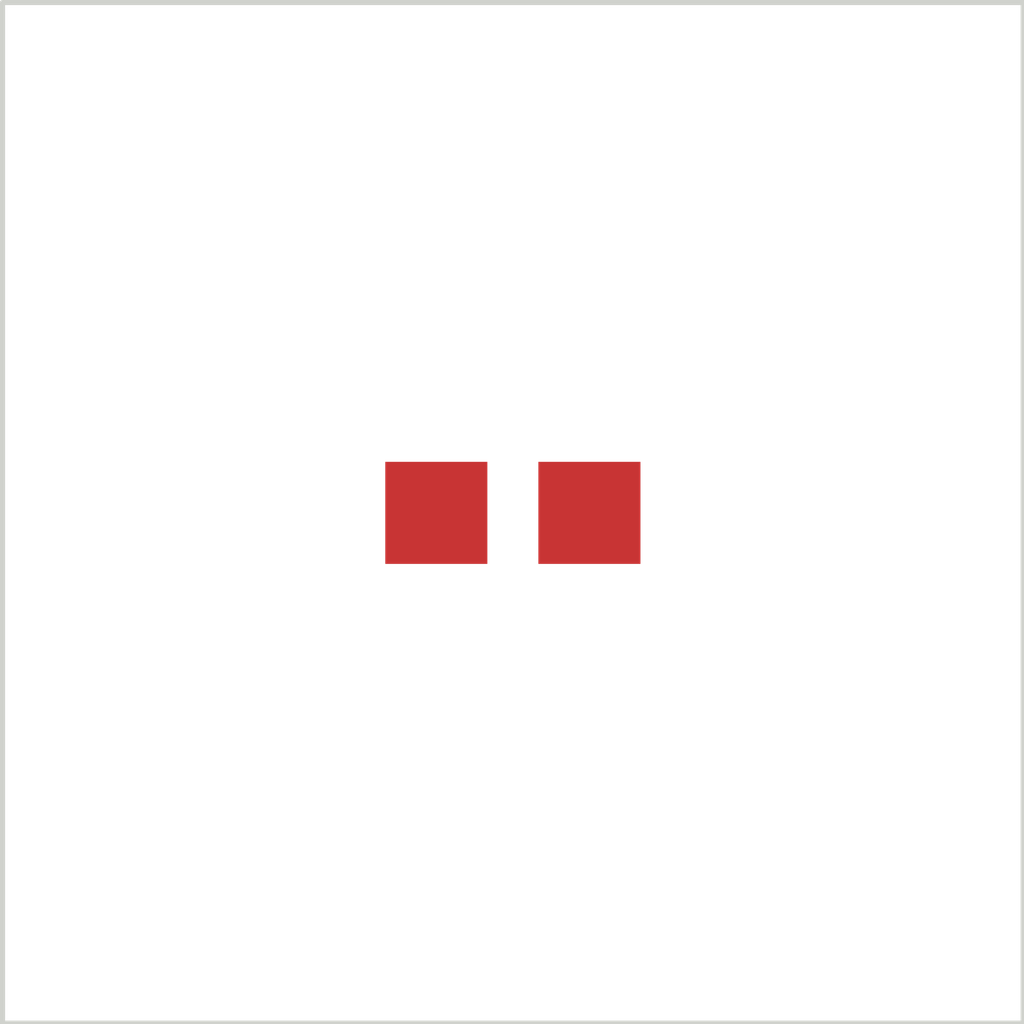
<source format=kicad_pcb>
(kicad_pcb (version 20171130) (host pcbnew 5.0.2)
  (general
    (links 0)
    (no_connects 0)
    (area 0 0 0 0)
    (thickness 1.6)
    (drawings 10)
    (tracks 0)
    (zones 0)
    (modules 0)
    (nets 1))
  (page A4)  (layers
    (0 F.Cu signal)
    (31 B.Cu signal)
    (32 B.Adhes user)
    (33 F.Adhes user)
    (34 B.Paste user)
    (35 F.Paste user)
    (36 B.SilkS user)
    (37 F.SilkS user)
    (38 B.Mask user)
    (39 F.Mask user)
    (40 Dwgs.User user)
    (41 Cmts.User user)
    (42 Eco1.User user)
    (43 Eco2.User user)
    (44 Edge.Cuts user)
    (45 Margin user)
    (46 B.CrtYd user)
    (47 F.CrtYd user)
    (48 B.Fab user)
    (49 F.Fab user))
  (setup
    (last_trace_width 0)
    (trace_clearance 0.2)
    (zone_clearance 0)
    (zone_45_only no)
    (trace_min 0.13)
    (segment_width 0.2)
    (edge_width 0.15)
    (via_size 0.558)
    (via_drill 0.254)
    (via_min_size 0.558)
    (via_min_drill 0.254)
    (uvia_size 0.01)
    (uvia_drill 0)
    (uvias_allowed no)
    (uvia_min_size 0)
    (uvia_min_drill 0)
    (pcb_text_width 0.3)
    (pcb_text_size 1.5 1.5)
    (mod_edge_width 0.15)
    (mod_text_size 1 1)
    (mod_text_width 0.15)
    (pad_size 1.524 1.524)
    (pad_drill 0.762)
    (pad_to_mask_clearance 0.051)
    (aux_axis_origin 0 0)
    (visible_elements FFFFFF7F)
    (pcbplotparams
      (layerselection 0x00030_80000001)
      (usegerberextensions false)
      (excludeedgelayer true)
      (linewidth 0.050000)
      (plotframeref false)
      (viasonmask false)
      (mode 1)
      (useauxorigin false)
      (hpglpennumber 1)
      (hpglpenspeed 20)
      (hpglpendiameter 15)
      (hpglpenoverlay 2)
      (psnegative false)
      (psa4output false)
      (plotreference true)
      (plotvalue true)
      (plotinvisibletext false)
      (padsonsilk false)
      (subtractmaskfromsilk false)
      (outputformat 1)
      (mirror false)
      (drillshape 1)
      (scaleselection 1)
      (outputdirectory ""))
  )
  (module jitx-design:basic_landpattern (layer F.Cu) (tedit 00000000)
    (at 148.5 105.0 0.0)
    (pad 1 smd rect
      (at -0.75 0.0 0.0)
      (size 1.0 1.0)
      (layers F.Cu))
    (pad 2 smd rect
      (at 0.75 0.0 0.0)
      (size 1.0 1.0)
      (layers F.Cu))
    (fp_poly (pts (xy -1.3 0.55) (xy -0.2 0.55) (xy -0.2 -0.55) (xy -1.3 -0.55)) (layer F.Mask) (width 0))
    (fp_poly (pts (xy 0.2 0.55) (xy 1.3 0.55) (xy 1.3 -0.55) (xy 0.2 -0.55)) (layer F.Mask) (width 0))
    (fp_line (start -1.5 1.5) (end 1.5 1.5) (layer F.CrtYd) (width 0.05))
    (fp_line (start 1.5 1.5) (end 1.5 -1.5) (layer F.CrtYd) (width 0.05))
    (fp_line (start 1.5 -1.5) (end -1.5 -1.5) (layer F.CrtYd) (width 0.05))
    (fp_line (start -1.5 -1.5) (end -1.5 1.5) (layer F.CrtYd) (width 0.05)))
  (gr_line (start 143.5 110.0) (end 153.5 110.0) (layer Edge.Cuts) (width 0.05))
  (gr_line (start 153.5 110.0) (end 153.5 100.0) (layer Edge.Cuts) (width 0.05))
  (gr_line (start 153.5 100.0) (end 143.5 100.0) (layer Edge.Cuts) (width 0.05))
  (gr_line (start 143.5 100.0) (end 143.5 110.0) (layer Edge.Cuts) (width 0.05))
  
  (net_class Default "This is the Default net class."
      (clearance 0.2)
      (trace_width 0.13)
      (via_dia 0.558)
      (via_drill 0.254)
      (uvia_dia 0.01)
      (uvia_drill 0)
      
      )
  )
</source>
